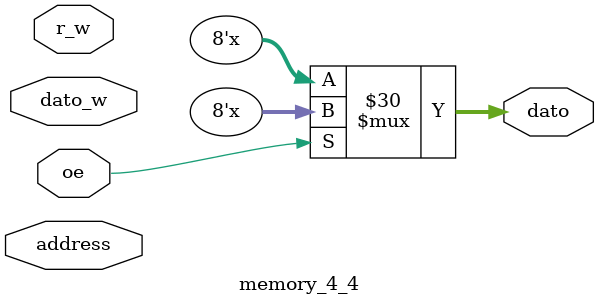
<source format=v>
module memory_4_4 #(
    parameter SCR1_WIDTH=8,
    parameter RAM_SIZE_WORDS=4
)
(
	input r_w, 
	input oe,  
	input [1:0] address, 
	output reg [7:0] dato, 
	input [7:0] dato_w
);
reg [SCR1_WIDTH-1:0]  ram_block[RAM_SIZE_WORDS-1:0];
initial begin
  ram_block[0] = 8'b00000001;
  ram_block[1] = 8'b00000011;
  ram_block[2] = 8'b00000011;
  ram_block[3] = 8'b00000100;
end
always @(oe, r_w)
	begin 
		if(oe)  
			if (r_w)  
				ram_block[address]<=dato_w;
			else 
				dato<=ram_block[address];	
		 else 
			dato<=8'bZZZZZZZZ;
	 end	 
endmodule
</source>
